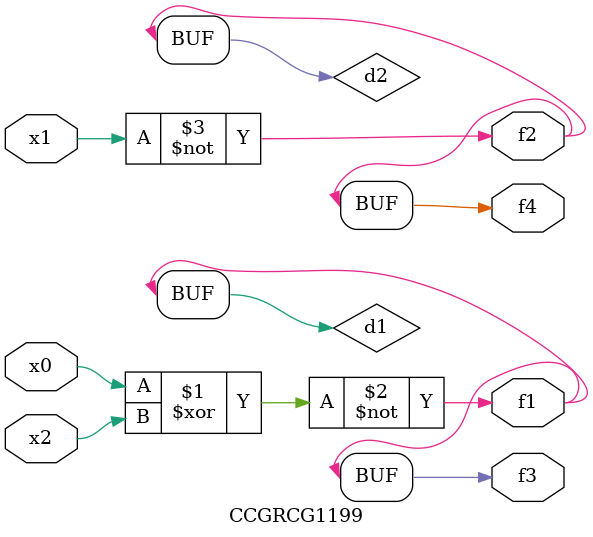
<source format=v>
module CCGRCG1199(
	input x0, x1, x2,
	output f1, f2, f3, f4
);

	wire d1, d2, d3;

	xnor (d1, x0, x2);
	nand (d2, x1);
	nor (d3, x1, x2);
	assign f1 = d1;
	assign f2 = d2;
	assign f3 = d1;
	assign f4 = d2;
endmodule

</source>
